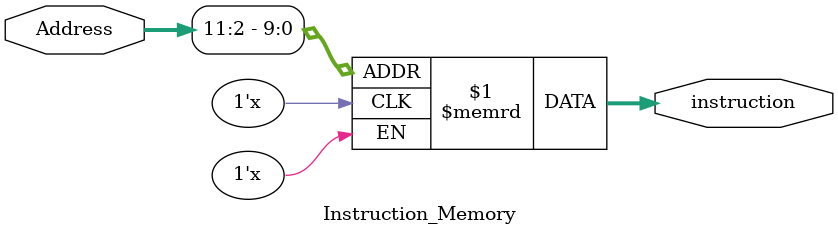
<source format=sv>
module Instruction_Memory(
	input logic [31:0] Address,
	output logic [31:0] instruction
);
	
	logic [31:0] memory [0:1023]; // 4kb of Instruction Memory

	assign instruction = memory[Address[11:2]];

endmodule

</source>
